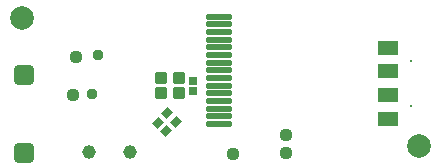
<source format=gbs>
G04 Layer_Color=16711935*
%FSLAX25Y25*%
%MOIN*%
G70*
G01*
G75*
G04:AMPARAMS|DCode=104|XSize=5.91mil|YSize=5.91mil|CornerRadius=0mil|HoleSize=0mil|Usage=FLASHONLY|Rotation=90.000|XOffset=0mil|YOffset=0mil|HoleType=Round|Shape=RoundedRectangle|*
%AMROUNDEDRECTD104*
21,1,0.00591,0.00591,0,0,90.0*
21,1,0.00591,0.00591,0,0,90.0*
1,1,0.00000,0.00295,0.00295*
1,1,0.00000,0.00295,-0.00295*
1,1,0.00000,-0.00295,-0.00295*
1,1,0.00000,-0.00295,0.00295*
%
%ADD104ROUNDEDRECTD104*%
G04:AMPARAMS|DCode=105|XSize=37.4mil|YSize=37.4mil|CornerRadius=10.83mil|HoleSize=0mil|Usage=FLASHONLY|Rotation=0.000|XOffset=0mil|YOffset=0mil|HoleType=Round|Shape=RoundedRectangle|*
%AMROUNDEDRECTD105*
21,1,0.03740,0.01575,0,0,0.0*
21,1,0.01575,0.03740,0,0,0.0*
1,1,0.02165,0.00787,-0.00787*
1,1,0.02165,-0.00787,-0.00787*
1,1,0.02165,-0.00787,0.00787*
1,1,0.02165,0.00787,0.00787*
%
%ADD105ROUNDEDRECTD105*%
%ADD106C,0.03740*%
G04:AMPARAMS|DCode=107|XSize=37.4mil|YSize=37.4mil|CornerRadius=10.83mil|HoleSize=0mil|Usage=FLASHONLY|Rotation=90.000|XOffset=0mil|YOffset=0mil|HoleType=Round|Shape=RoundedRectangle|*
%AMROUNDEDRECTD107*
21,1,0.03740,0.01575,0,0,90.0*
21,1,0.01575,0.03740,0,0,90.0*
1,1,0.02165,0.00787,0.00787*
1,1,0.02165,0.00787,-0.00787*
1,1,0.02165,-0.00787,-0.00787*
1,1,0.02165,-0.00787,0.00787*
%
%ADD107ROUNDEDRECTD107*%
%ADD108C,0.04528*%
%ADD109C,0.07874*%
G04:AMPARAMS|DCode=110|XSize=68.9mil|YSize=68.9mil|CornerRadius=18.7mil|HoleSize=0mil|Usage=FLASHONLY|Rotation=0.000|XOffset=0mil|YOffset=0mil|HoleType=Round|Shape=RoundedRectangle|*
%AMROUNDEDRECTD110*
21,1,0.06890,0.03150,0,0,0.0*
21,1,0.03150,0.06890,0,0,0.0*
1,1,0.03740,0.01575,-0.01575*
1,1,0.03740,-0.01575,-0.01575*
1,1,0.03740,-0.01575,0.01575*
1,1,0.03740,0.01575,0.01575*
%
%ADD110ROUNDEDRECTD110*%
G04:AMPARAMS|DCode=111|XSize=31.1mil|YSize=23.62mil|CornerRadius=0mil|HoleSize=0mil|Usage=FLASHONLY|Rotation=225.000|XOffset=0mil|YOffset=0mil|HoleType=Round|Shape=Rectangle|*
%AMROTATEDRECTD111*
4,1,4,0.00265,0.01935,0.01935,0.00265,-0.00265,-0.01935,-0.01935,-0.00265,0.00265,0.01935,0.0*
%
%ADD111ROTATEDRECTD111*%

G04:AMPARAMS|DCode=112|XSize=88.58mil|YSize=19.69mil|CornerRadius=6.4mil|HoleSize=0mil|Usage=FLASHONLY|Rotation=180.000|XOffset=0mil|YOffset=0mil|HoleType=Round|Shape=RoundedRectangle|*
%AMROUNDEDRECTD112*
21,1,0.08858,0.00689,0,0,180.0*
21,1,0.07579,0.01969,0,0,180.0*
1,1,0.01280,-0.03789,0.00345*
1,1,0.01280,0.03789,0.00345*
1,1,0.01280,0.03789,-0.00345*
1,1,0.01280,-0.03789,-0.00345*
%
%ADD112ROUNDEDRECTD112*%
%ADD113R,0.06890X0.04528*%
%ADD114R,0.02756X0.02953*%
G04:AMPARAMS|DCode=115|XSize=43.31mil|YSize=43.31mil|CornerRadius=12.3mil|HoleSize=0mil|Usage=FLASHONLY|Rotation=0.000|XOffset=0mil|YOffset=0mil|HoleType=Round|Shape=RoundedRectangle|*
%AMROUNDEDRECTD115*
21,1,0.04331,0.01870,0,0,0.0*
21,1,0.01870,0.04331,0,0,0.0*
1,1,0.02461,0.00935,-0.00935*
1,1,0.02461,-0.00935,-0.00935*
1,1,0.02461,-0.00935,0.00935*
1,1,0.02461,0.00935,0.00935*
%
%ADD115ROUNDEDRECTD115*%
D104*
X134744Y-35039D02*
D03*
Y-20079D02*
D03*
D105*
X93110Y-50984D02*
D03*
X75295Y-51181D02*
D03*
X22146Y-31398D02*
D03*
D106*
X30512Y-18307D02*
D03*
X28445Y-31004D02*
D03*
D107*
X93110Y-44685D02*
D03*
X22933Y-18799D02*
D03*
D108*
X27362Y-50394D02*
D03*
X41142Y-50492D02*
D03*
D109*
X137205Y-48425D02*
D03*
X5118Y-5709D02*
D03*
D110*
X5807Y-50689D02*
D03*
Y-24705D02*
D03*
D111*
X50226Y-40678D02*
D03*
X53121Y-43574D02*
D03*
X56270Y-40523D02*
D03*
X53375Y-37627D02*
D03*
D112*
X70670Y-5374D02*
D03*
Y-41201D02*
D03*
Y-7933D02*
D03*
Y-38642D02*
D03*
Y-10492D02*
D03*
Y-36083D02*
D03*
Y-13051D02*
D03*
Y-33524D02*
D03*
Y-15610D02*
D03*
Y-30964D02*
D03*
Y-18169D02*
D03*
Y-28405D02*
D03*
Y-20728D02*
D03*
Y-25846D02*
D03*
Y-23287D02*
D03*
D113*
X127067Y-39370D02*
D03*
Y-31496D02*
D03*
Y-15748D02*
D03*
Y-23622D02*
D03*
D114*
X62106Y-30118D02*
D03*
Y-26772D02*
D03*
D115*
X51476Y-25984D02*
D03*
Y-30906D02*
D03*
X57185D02*
D03*
Y-25984D02*
D03*
M02*

</source>
